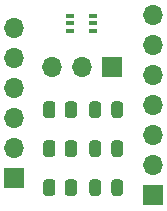
<source format=gts>
G04 #@! TF.GenerationSoftware,KiCad,Pcbnew,(5.1.9)-1*
G04 #@! TF.CreationDate,2021-07-08T12:10:21+02:00*
G04 #@! TF.ProjectId,ttl_to_usb_adapter,74746c5f-746f-45f7-9573-625f61646170,v0.0*
G04 #@! TF.SameCoordinates,Original*
G04 #@! TF.FileFunction,Soldermask,Top*
G04 #@! TF.FilePolarity,Negative*
%FSLAX46Y46*%
G04 Gerber Fmt 4.6, Leading zero omitted, Abs format (unit mm)*
G04 Created by KiCad (PCBNEW (5.1.9)-1) date 2021-07-08 12:10:21*
%MOMM*%
%LPD*%
G01*
G04 APERTURE LIST*
%ADD10O,1.700000X1.700000*%
%ADD11R,1.700000X1.700000*%
%ADD12R,0.650000X0.400000*%
G04 APERTURE END LIST*
D10*
X168200000Y-87960000D03*
X168200000Y-90500000D03*
X168200000Y-93040000D03*
X168200000Y-95580000D03*
X168200000Y-98120000D03*
X168200000Y-100660000D03*
D11*
X168200000Y-103200000D03*
G36*
G01*
X158875000Y-103050002D02*
X158875000Y-102149998D01*
G75*
G02*
X159124998Y-101900000I249998J0D01*
G01*
X159650002Y-101900000D01*
G75*
G02*
X159900000Y-102149998I0J-249998D01*
G01*
X159900000Y-103050002D01*
G75*
G02*
X159650002Y-103300000I-249998J0D01*
G01*
X159124998Y-103300000D01*
G75*
G02*
X158875000Y-103050002I0J249998D01*
G01*
G37*
G36*
G01*
X160700000Y-103050002D02*
X160700000Y-102149998D01*
G75*
G02*
X160949998Y-101900000I249998J0D01*
G01*
X161475002Y-101900000D01*
G75*
G02*
X161725000Y-102149998I0J-249998D01*
G01*
X161725000Y-103050002D01*
G75*
G02*
X161475002Y-103300000I-249998J0D01*
G01*
X160949998Y-103300000D01*
G75*
G02*
X160700000Y-103050002I0J249998D01*
G01*
G37*
G36*
G01*
X158875000Y-99750002D02*
X158875000Y-98849998D01*
G75*
G02*
X159124998Y-98600000I249998J0D01*
G01*
X159650002Y-98600000D01*
G75*
G02*
X159900000Y-98849998I0J-249998D01*
G01*
X159900000Y-99750002D01*
G75*
G02*
X159650002Y-100000000I-249998J0D01*
G01*
X159124998Y-100000000D01*
G75*
G02*
X158875000Y-99750002I0J249998D01*
G01*
G37*
G36*
G01*
X160700000Y-99750002D02*
X160700000Y-98849998D01*
G75*
G02*
X160949998Y-98600000I249998J0D01*
G01*
X161475002Y-98600000D01*
G75*
G02*
X161725000Y-98849998I0J-249998D01*
G01*
X161725000Y-99750002D01*
G75*
G02*
X161475002Y-100000000I-249998J0D01*
G01*
X160949998Y-100000000D01*
G75*
G02*
X160700000Y-99750002I0J249998D01*
G01*
G37*
G36*
G01*
X158875000Y-96450002D02*
X158875000Y-95549998D01*
G75*
G02*
X159124998Y-95300000I249998J0D01*
G01*
X159650002Y-95300000D01*
G75*
G02*
X159900000Y-95549998I0J-249998D01*
G01*
X159900000Y-96450002D01*
G75*
G02*
X159650002Y-96700000I-249998J0D01*
G01*
X159124998Y-96700000D01*
G75*
G02*
X158875000Y-96450002I0J249998D01*
G01*
G37*
G36*
G01*
X160700000Y-96450002D02*
X160700000Y-95549998D01*
G75*
G02*
X160949998Y-95300000I249998J0D01*
G01*
X161475002Y-95300000D01*
G75*
G02*
X161725000Y-95549998I0J-249998D01*
G01*
X161725000Y-96450002D01*
G75*
G02*
X161475002Y-96700000I-249998J0D01*
G01*
X160949998Y-96700000D01*
G75*
G02*
X160700000Y-96450002I0J249998D01*
G01*
G37*
X164700000Y-92400000D03*
D10*
X162160000Y-92400000D03*
X159620000Y-92400000D03*
G36*
G01*
X162775000Y-103056250D02*
X162775000Y-102143750D01*
G75*
G02*
X163018750Y-101900000I243750J0D01*
G01*
X163506250Y-101900000D01*
G75*
G02*
X163750000Y-102143750I0J-243750D01*
G01*
X163750000Y-103056250D01*
G75*
G02*
X163506250Y-103300000I-243750J0D01*
G01*
X163018750Y-103300000D01*
G75*
G02*
X162775000Y-103056250I0J243750D01*
G01*
G37*
G36*
G01*
X164650000Y-103056250D02*
X164650000Y-102143750D01*
G75*
G02*
X164893750Y-101900000I243750J0D01*
G01*
X165381250Y-101900000D01*
G75*
G02*
X165625000Y-102143750I0J-243750D01*
G01*
X165625000Y-103056250D01*
G75*
G02*
X165381250Y-103300000I-243750J0D01*
G01*
X164893750Y-103300000D01*
G75*
G02*
X164650000Y-103056250I0J243750D01*
G01*
G37*
G36*
G01*
X162775000Y-99756250D02*
X162775000Y-98843750D01*
G75*
G02*
X163018750Y-98600000I243750J0D01*
G01*
X163506250Y-98600000D01*
G75*
G02*
X163750000Y-98843750I0J-243750D01*
G01*
X163750000Y-99756250D01*
G75*
G02*
X163506250Y-100000000I-243750J0D01*
G01*
X163018750Y-100000000D01*
G75*
G02*
X162775000Y-99756250I0J243750D01*
G01*
G37*
G36*
G01*
X164650000Y-99756250D02*
X164650000Y-98843750D01*
G75*
G02*
X164893750Y-98600000I243750J0D01*
G01*
X165381250Y-98600000D01*
G75*
G02*
X165625000Y-98843750I0J-243750D01*
G01*
X165625000Y-99756250D01*
G75*
G02*
X165381250Y-100000000I-243750J0D01*
G01*
X164893750Y-100000000D01*
G75*
G02*
X164650000Y-99756250I0J243750D01*
G01*
G37*
G36*
G01*
X162775000Y-96456250D02*
X162775000Y-95543750D01*
G75*
G02*
X163018750Y-95300000I243750J0D01*
G01*
X163506250Y-95300000D01*
G75*
G02*
X163750000Y-95543750I0J-243750D01*
G01*
X163750000Y-96456250D01*
G75*
G02*
X163506250Y-96700000I-243750J0D01*
G01*
X163018750Y-96700000D01*
G75*
G02*
X162775000Y-96456250I0J243750D01*
G01*
G37*
G36*
G01*
X164650000Y-96456250D02*
X164650000Y-95543750D01*
G75*
G02*
X164893750Y-95300000I243750J0D01*
G01*
X165381250Y-95300000D01*
G75*
G02*
X165625000Y-95543750I0J-243750D01*
G01*
X165625000Y-96456250D01*
G75*
G02*
X165381250Y-96700000I-243750J0D01*
G01*
X164893750Y-96700000D01*
G75*
G02*
X164650000Y-96456250I0J243750D01*
G01*
G37*
X156400000Y-89100000D03*
X156400000Y-91640000D03*
X156400000Y-94180000D03*
X156400000Y-96720000D03*
X156400000Y-99260000D03*
D11*
X156400000Y-101800000D03*
D12*
X161150000Y-88050000D03*
X161150000Y-89350000D03*
X163050000Y-88700000D03*
X161150000Y-88700000D03*
X163050000Y-89350000D03*
X163050000Y-88050000D03*
M02*

</source>
